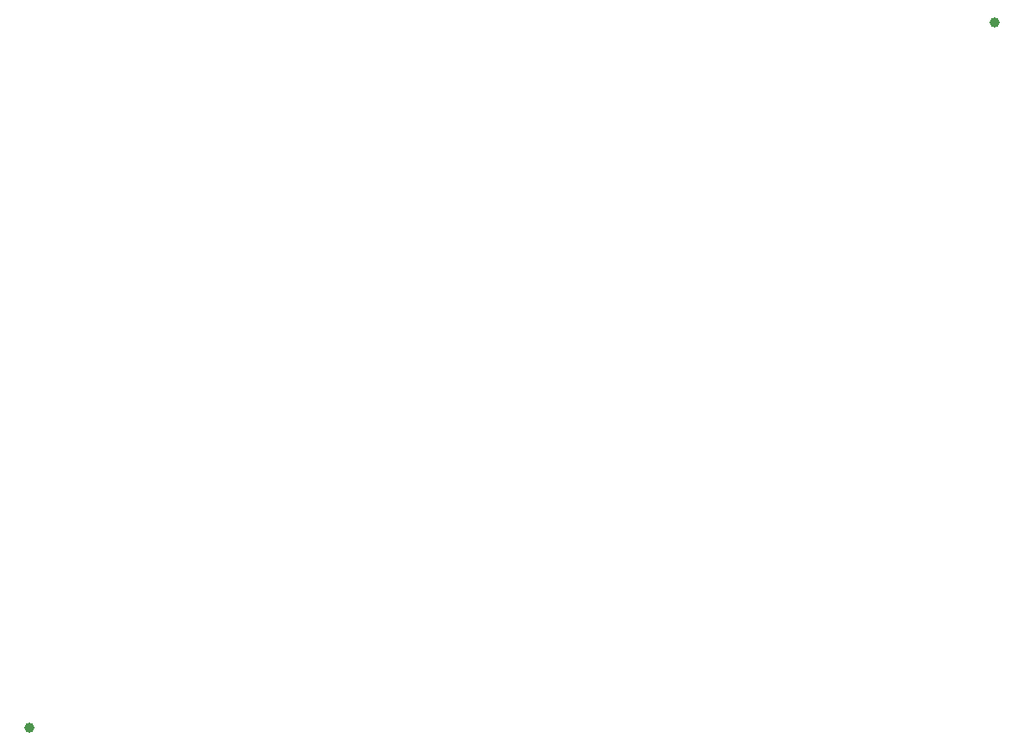
<source format=gbl>
G75*
%MOIN*%
%OFA0B0*%
%FSLAX25Y25*%
%IPPOS*%
%LPD*%
%AMOC8*
5,1,8,0,0,1.08239X$1,22.5*
%
%ADD10C,0.03937*%
D10*
X0018780Y0018780D03*
X0391220Y0291220D03*
M02*

</source>
